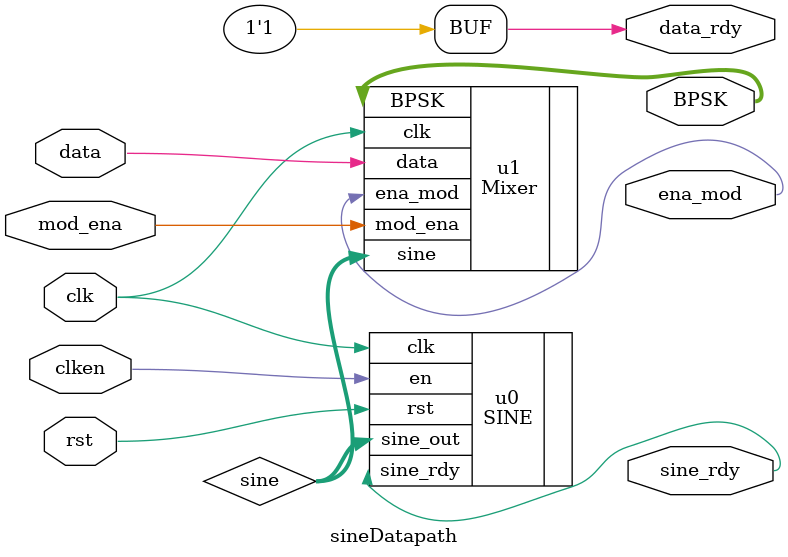
<source format=v>
`timescale 1ns / 1ps

module sineDatapath(
    input clk,
    input clken,
    input rst,
    input mod_ena,
    input data,

    output sine_rdy,
    output data_rdy,
    output ena_mod,
    output signed [15:0] BPSK
);

	wire [15:0] sine;
	SINE u0 (
		.clk(clk),
		.en(clken),
		.rst(rst),

		.sine_rdy(sine_rdy),
		.sine_out(sine)
	);

	Mixer u1 (
		.clk(clk),
		.mod_ena(mod_ena),
		.data(data),
		.sine(sine),

		.ena_mod(ena_mod),
		.BPSK(BPSK)
	);

	assign data_rdy = 1'b1;

endmodule

</source>
